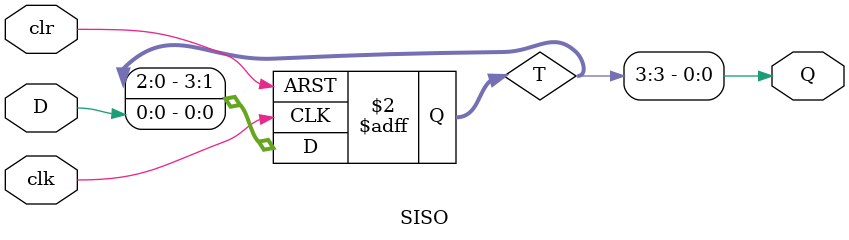
<source format=v>
module SISO(D,clk,clr,Q);
  input clk,clr;
  input D;
  output Q;
  
  reg [3:0]T;
  
  always@(posedge clk or posedge clr)
    begin
      if(clr)
        T=4'b0000;
      else
        begin
          T[3]<=T[2];
          T[2]<=T[1];
          T[1]<=T[0];
          T[0]<=D;
        end
    end
  assign Q = T[3];
endmodule
</source>
